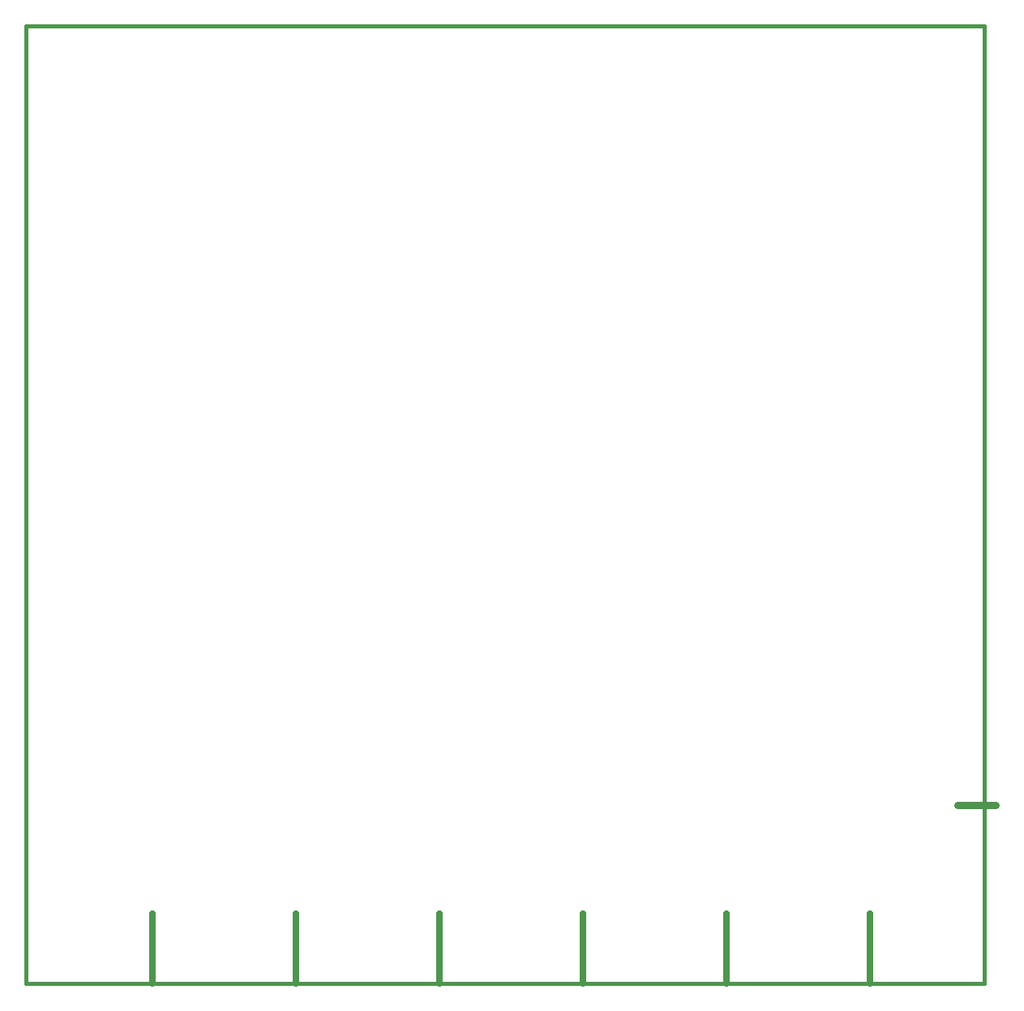
<source format=gbr>
%FSLAX34Y34*%
%MOMM*%
%LNOUTLINE*%
G71*
G01*
%ADD10C, 0.002*%
%ADD11C, 0.700*%
%ADD12C, 0.750*%
%ADD13C, 0.400*%
%LPD*%
G54D10*
X250Y50D02*
X1000250Y50D01*
X1000250Y-999950D01*
X250Y-999950D01*
X250Y50D01*
G54D11*
X131805Y-927695D02*
X131805Y-1000401D01*
G54D11*
X281805Y-927695D02*
X281805Y-1000401D01*
G54D11*
X431805Y-927695D02*
X431805Y-1000401D01*
G54D11*
X731805Y-927695D02*
X731805Y-1000401D01*
G54D11*
X881805Y-927695D02*
X881805Y-1000401D01*
G54D11*
X581805Y-927695D02*
X581805Y-1000401D01*
G54D12*
X973137Y-814241D02*
X1012825Y-814241D01*
G54D13*
X394Y3D02*
X1000394Y3D01*
X1000394Y-999997D01*
X394Y-999997D01*
X394Y3D01*
M02*

</source>
